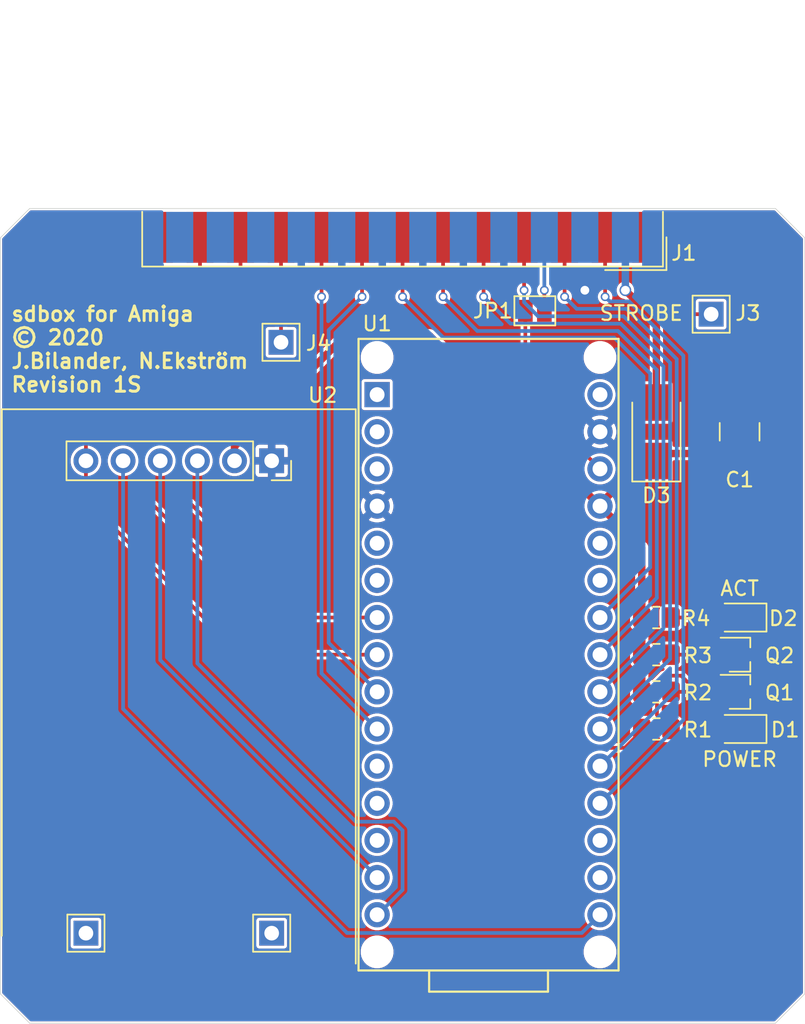
<source format=kicad_pcb>
(kicad_pcb (version 20171130) (host pcbnew 5.1.9)
  (title_block (date 2020-12-30) (rev 1S))
  (layers (0 F.Cu signal) (31 B.Cu signal) (34 B.Paste user hide) (35 F.Paste user hide) (36 B.SilkS user) (37 F.SilkS user) (38 B.Mask user) (39 F.Mask user) (44 Edge.Cuts user))
  (net 0 "")
  (net 1 GND)
  (net 2 RESET)
  (net 3 SELECT)
  (net 4 POUT)
  (net 5 BUSY)
  (net 6 D7)
  (net 7 D6)
  (net 8 D5)
  (net 9 D4)
  (net 10 D3)
  (net 11 D2)
  (net 12 D1)
  (net 13 D0)
  (net 14 "Net-(JP1-Pad1)")
  (net 15 SCK)
  (net 16 5V)
  (net 17 MOSI)
  (net 18 MISO)
  (net 19 Amiga5V)
  (net 20 "Net-(D1-Pad2)")
  (net 21 "Net-(D2-Pad2)")
  (net 22 "Net-(Q1-Pad3)")
  (net 23 "Net-(Q1-Pad1)")
  (net 24 ACK)
  (net 25 STROBE)
  (net 26 "Net-(D2-Pad1)")
  (module Arduino:Arduino_Nano_Socket (layer F.Cu) (at 153.58 144.27)
    (fp_text reference U1 (at -7.62 -44.2205) (layer F.SilkS))
    (fp_text value Arduino_Nano_V3)
    (pad "" np_thru_hole circle (at 7.62 -1.27) (size 1.85 1.85) (drill 1.85) (layers *.Cu *.Mask))
    (pad "" np_thru_hole circle (at -7.62 -1.27) (size 1.85 1.85) (drill 1.85) (layers *.Cu *.Mask))
    (pad "" np_thru_hole circle (at 7.62 -41.91) (size 1.85 1.85) (drill 1.85) (layers *.Cu *.Mask))
    (pad "" np_thru_hole circle (at -7.62 -41.91) (size 1.85 1.85) (drill 1.85) (layers *.Cu *.Mask))
    (pad D1 thru_hole rect (at -7.62 -39.37) (size 1.7272 1.7272) (drill 1.016) (layers *.Cu *.Mask))
    (pad D0 thru_hole circle (at -7.62 -36.83) (size 1.7272 1.7272) (drill 1.016) (layers *.Cu *.Mask))
    (pad RST1 thru_hole circle (at -7.62 -34.29) (size 1.7272 1.7272) (drill 1.016) (layers *.Cu *.Mask))
    (pad GND1 thru_hole circle (at -7.62 -31.75) (size 1.7272 1.7272) (drill 1.016) (layers *.Cu *.Mask) (net 1 GND))
    (pad D2 thru_hole circle (at -7.62 -29.21) (size 1.7272 1.7272) (drill 1.016) (layers *.Cu *.Mask))
    (pad D3 thru_hole circle (at -7.62 -26.67) (size 1.7272 1.7272) (drill 1.016) (layers *.Cu *.Mask))
    (pad D4 thru_hole circle (at -7.62 -24.13) (size 1.7272 1.7272) (drill 1.016) (layers *.Cu *.Mask) (net 5 BUSY))
    (pad D5 thru_hole circle (at -7.62 -21.59) (size 1.7272 1.7272) (drill 1.016) (layers *.Cu *.Mask) (net 4 POUT))
    (pad D6 thru_hole circle (at -7.62 -19.05) (size 1.7272 1.7272) (drill 1.016) (layers *.Cu *.Mask) (net 7 D6))
    (pad D7 thru_hole circle (at -7.62 -16.51) (size 1.7272 1.7272) (drill 1.016) (layers *.Cu *.Mask) (net 6 D7))
    (pad D8 thru_hole circle (at -7.62 -13.97) (size 1.7272 1.7272) (drill 1.016) (layers *.Cu *.Mask))
    (pad D9 thru_hole circle (at -7.62 -11.43) (size 1.7272 1.7272) (drill 1.016) (layers *.Cu *.Mask))
    (pad D10 thru_hole circle (at -7.62 -8.89) (size 1.7272 1.7272) (drill 1.016) (layers *.Cu *.Mask))
    (pad D11 thru_hole circle (at -7.62 -6.35) (size 1.7272 1.7272) (drill 1.016) (layers *.Cu *.Mask) (net 17 MOSI))
    (pad D12 thru_hole circle (at -7.62 -3.81) (size 1.7272 1.7272) (drill 1.016) (layers *.Cu *.Mask) (net 18 MISO))
    (pad D13 thru_hole circle (at 7.62 -3.81) (size 1.7272 1.7272) (drill 1.016) (layers *.Cu *.Mask) (net 15 SCK))
    (pad 3V3 thru_hole circle (at 7.62 -6.35) (size 1.7272 1.7272) (drill 1.016) (layers *.Cu *.Mask))
    (pad AREF thru_hole circle (at 7.62 -8.89) (size 1.7272 1.7272) (drill 1.016) (layers *.Cu *.Mask))
    (pad A0 thru_hole circle (at 7.62 -11.43) (size 1.7272 1.7272) (drill 1.016) (layers *.Cu *.Mask) (net 13 D0))
    (pad A1 thru_hole circle (at 7.62 -13.97) (size 1.7272 1.7272) (drill 1.016) (layers *.Cu *.Mask) (net 12 D1))
    (pad A2 thru_hole circle (at 7.62 -16.51) (size 1.7272 1.7272) (drill 1.016) (layers *.Cu *.Mask) (net 11 D2))
    (pad A3 thru_hole circle (at 7.62 -19.05) (size 1.7272 1.7272) (drill 1.016) (layers *.Cu *.Mask) (net 10 D3))
    (pad A4 thru_hole circle (at 7.62 -21.59) (size 1.7272 1.7272) (drill 1.016) (layers *.Cu *.Mask) (net 9 D4))
    (pad A5 thru_hole circle (at 7.62 -24.13) (size 1.7272 1.7272) (drill 1.016) (layers *.Cu *.Mask) (net 8 D5))
    (pad A6 thru_hole circle (at 7.62 -26.67) (size 1.7272 1.7272) (drill 1.016) (layers *.Cu *.Mask))
    (pad A7 thru_hole circle (at 7.62 -29.21) (size 1.7272 1.7272) (drill 1.016) (layers *.Cu *.Mask))
    (pad 5V thru_hole circle (at 7.62 -31.75) (size 1.7272 1.7272) (drill 1.016) (layers *.Cu *.Mask) (net 16 5V))
    (pad RST2 thru_hole circle (at 7.62 -34.29) (size 1.7272 1.7272) (drill 1.016) (layers *.Cu *.Mask) (net 14 "Net-(JP1-Pad1)"))
    (pad GND2 thru_hole circle (at 7.62 -36.83) (size 1.7272 1.7272) (drill 1.016) (layers *.Cu *.Mask) (net 1 GND))
    (pad VIN thru_hole circle (at 7.62 -39.37) (size 1.7272 1.7272) (drill 1.016) (layers *.Cu *.Mask))
  )
  (module Package_TO_SOT_SMD:SOT-323_SC-70 (layer F.Cu) (at 170.746 122.68)
    (fp_text reference Q2 (at 2.7305 0.0595) (layer F.SilkS))
    (fp_text value BC847BW hide)
    (pad 1 smd rect (at -1 -0.65 270) (size 0.45 0.7) (layers F.Cu F.Paste F.Mask) (net 22 "Net-(Q1-Pad3)"))
    (pad 2 smd rect (at -1 0.65 270) (size 0.45 0.7) (layers F.Cu F.Paste F.Mask) (net 1 GND))
    (pad 3 smd rect (at 1 0 270) (size 0.45 0.7) (layers F.Cu F.Paste F.Mask) (net 26 "Net-(D2-Pad1)"))
  )
  (module Package_TO_SOT_SMD:SOT-323_SC-70 (layer F.Cu) (at 170.746 125.22)
    (fp_text reference Q1 (at 2.7305 0.0595 180) (layer F.SilkS))
    (fp_text value BC847BW hide)
    (pad 1 smd rect (at -1 -0.65 270) (size 0.45 0.7) (layers F.Cu F.Paste F.Mask) (net 23 "Net-(Q1-Pad1)"))
    (pad 2 smd rect (at -1 0.65 270) (size 0.45 0.7) (layers F.Cu F.Paste F.Mask) (net 1 GND))
    (pad 3 smd rect (at 1 0 270) (size 0.45 0.7) (layers F.Cu F.Paste F.Mask) (net 22 "Net-(Q1-Pad3)"))
  )
  (module Jumper:SolderJumper-2_P1.3mm_Open_Pad1.0x1.5mm (layer F.Cu) (at 156.745 99.17)
    (fp_text reference JP1 (at -2.87 0) (layer F.SilkS))
    (fp_text value SolderJumper_Open hide)
    (pad 1 smd rect (at -0.65 0) (size 1 1.5) (layers F.Cu F.Mask) (net 14 "Net-(JP1-Pad1)"))
    (pad 2 smd rect (at 0.65 0) (size 1 1.5) (layers F.Cu F.Mask) (net 2 RESET))
  )
  (module Capacitor_SMD:C_1210_3225Metric_Pad1.42x2.65mm_HandSolder (layer F.Cu) (at 170.746 107.44 270)
    (fp_text reference C1 (at 3.2775 0 180) (layer F.SilkS))
    (fp_text value 100u hide)
    (pad 2 smd roundrect (at 1.4875 0 270) (size 1.425 2.65) (layers F.Cu F.Paste F.Mask) (roundrect_rratio 0.175439) (net 16 5V))
    (pad 1 smd roundrect (at -1.4875 0 270) (size 1.425 2.65) (layers F.Cu F.Paste F.Mask) (roundrect_rratio 0.175439) (net 1 GND))
  )
  (module LED_SMD:LED_0805_2012Metric_Pad1.15x1.40mm_HandSolder (layer F.Cu) (at 170.7235 120.14 180)
    (fp_text reference D2 (at -3.007 -0.0595) (layer F.SilkS))
    (fp_text value "Activity LED Indicator")
    (pad 2 smd roundrect (at 1.025 0 180) (size 1.15 1.4) (layers F.Cu F.Paste F.Mask) (roundrect_rratio 0.217391) (net 21 "Net-(D2-Pad2)"))
    (pad 1 smd roundrect (at -1.025 0 180) (size 1.15 1.4) (layers F.Cu F.Paste F.Mask) (roundrect_rratio 0.217391) (net 26 "Net-(D2-Pad1)"))
  )
  (module LED_SMD:LED_0805_2012Metric_Pad1.15x1.40mm_HandSolder (layer F.Cu) (at 170.7235 127.76 180)
    (fp_text reference D1 (at -3.134 -0.0595) (layer F.SilkS))
    (fp_text value "Power LED Indicator")
    (pad 1 smd roundrect (at -1.025 0 180) (size 1.15 1.4) (layers F.Cu F.Paste F.Mask) (roundrect_rratio 0.217391) (net 1 GND))
    (pad 2 smd roundrect (at 1.025 0 180) (size 1.15 1.4) (layers F.Cu F.Paste F.Mask) (roundrect_rratio 0.217391) (net 20 "Net-(D1-Pad2)"))
  )
  (module Diode_SMD:D_SMA (layer F.Cu) (at 165.0555 107.44 90)
    (fp_text reference D3 (at -4.357 0 180) (layer F.SilkS))
    (fp_text value 1n5819)
    (pad 1 smd rect (at -2 0 90) (size 2.5 1.8) (layers F.Cu F.Paste F.Mask) (net 16 5V))
    (pad 2 smd rect (at 2 0 90) (size 2.5 1.8) (layers F.Cu F.Paste F.Mask) (net 19 Amiga5V))
  )
  (module Resistor_SMD:R_0805_2012Metric_Pad1.20x1.40mm_HandSolder (layer F.Cu) (at 165.0555 127.76 180)
    (fp_text reference R1 (at -2.833 -0.0595) (layer F.SilkS))
    (fp_text value 4.7k)
    (pad 2 smd roundrect (at 1 0 180) (size 1.2 1.4) (layers F.Cu F.Paste F.Mask) (roundrect_rratio 0.208333) (net 3 SELECT))
    (pad 1 smd roundrect (at -1 0 180) (size 1.2 1.4) (layers F.Cu F.Paste F.Mask) (roundrect_rratio 0.208333) (net 23 "Net-(Q1-Pad1)"))
  )
  (module Resistor_SMD:R_0805_2012Metric_Pad1.20x1.40mm_HandSolder (layer F.Cu) (at 165.0555 122.68)
    (fp_text reference R3 (at 2.833 0.0595) (layer F.SilkS))
    (fp_text value 4.7k)
    (pad 2 smd roundrect (at 1 0) (size 1.2 1.4) (layers F.Cu F.Paste F.Mask) (roundrect_rratio 0.208333) (net 22 "Net-(Q1-Pad3)"))
    (pad 1 smd roundrect (at -1 0) (size 1.2 1.4) (layers F.Cu F.Paste F.Mask) (roundrect_rratio 0.208333) (net 16 5V))
  )
  (module Resistor_SMD:R_0805_2012Metric_Pad1.20x1.40mm_HandSolder (layer F.Cu) (at 165.0555 120.14 180)
    (fp_text reference R4 (at -2.706 -0.0595) (layer F.SilkS))
    (fp_text value 120)
    (pad 1 smd roundrect (at -1 0 180) (size 1.2 1.4) (layers F.Cu F.Paste F.Mask) (roundrect_rratio 0.208333) (net 21 "Net-(D2-Pad2)"))
    (pad 2 smd roundrect (at 1 0 180) (size 1.2 1.4) (layers F.Cu F.Paste F.Mask) (roundrect_rratio 0.208333) (net 16 5V))
  )
  (module Resistor_SMD:R_0805_2012Metric_Pad1.20x1.40mm_HandSolder (layer F.Cu) (at 165.0555 125.22)
    (fp_text reference R2 (at 2.833 0.0595) (layer F.SilkS))
    (fp_text value 120)
    (pad 1 smd roundrect (at -1 0) (size 1.2 1.4) (layers F.Cu F.Paste F.Mask) (roundrect_rratio 0.208333) (net 16 5V))
    (pad 2 smd roundrect (at 1 0) (size 1.2 1.4) (layers F.Cu F.Paste F.Mask) (roundrect_rratio 0.208333) (net 20 "Net-(D1-Pad2)"))
  )
  (module SDBox:MicroSDModule (layer F.Cu) (at 132.4 109.4)
    (fp_text reference U2 (at 9.8345 -4.461 180) (layer F.SilkS))
    (fp_text value Micro_SD_Card_Module hide)
    (pad 1 thru_hole rect (at 6.35 0.025 270) (size 1.7 1.7) (drill 1) (layers *.Cu *.Mask) (net 1 GND))
    (pad 2 thru_hole oval (at 3.81 0.025 270) (size 1.7 1.7) (drill 1) (layers *.Cu *.Mask) (net 16 5V))
    (pad 3 thru_hole oval (at 1.27 0.025 270) (size 1.7 1.7) (drill 1) (layers *.Cu *.Mask) (net 18 MISO))
    (pad 4 thru_hole oval (at -1.27 0.025 270) (size 1.7 1.7) (drill 1) (layers *.Cu *.Mask) (net 17 MOSI))
    (pad 5 thru_hole oval (at -3.81 0.025 270) (size 1.7 1.7) (drill 1) (layers *.Cu *.Mask) (net 15 SCK))
    (pad 6 thru_hole oval (at -6.35 0.025 270) (size 1.7 1.7) (drill 1) (layers *.Cu *.Mask) (net 3 SELECT))
  )
  (module Connector_Dsub:DSUB-25_Male_EdgeMount_P2.77mm (layer F.Cu) (at 147.7 94.144 180)
    (fp_text reference J1 (at -19.236 -1.0795) (layer F.SilkS))
    (fp_text value TO_PARALLEL_PORT)
    (pad 1 smd rect (at -16.62 0 180) (size 1.846667 3.48) (layers F.Cu F.Paste F.Mask) (net 25 STROBE))
    (pad 2 smd rect (at -13.85 0 180) (size 1.846667 3.48) (layers F.Cu F.Paste F.Mask) (net 13 D0))
    (pad 3 smd rect (at -11.08 0 180) (size 1.846667 3.48) (layers F.Cu F.Paste F.Mask) (net 12 D1))
    (pad 4 smd rect (at -8.31 0 180) (size 1.846667 3.48) (layers F.Cu F.Paste F.Mask) (net 11 D2))
    (pad 5 smd rect (at -5.54 0 180) (size 1.846667 3.48) (layers F.Cu F.Paste F.Mask) (net 10 D3))
    (pad 6 smd rect (at -2.77 0 180) (size 1.846667 3.48) (layers F.Cu F.Paste F.Mask) (net 9 D4))
    (pad 7 smd rect (at 0 0 180) (size 1.846667 3.48) (layers F.Cu F.Paste F.Mask) (net 8 D5))
    (pad 8 smd rect (at 2.77 0 180) (size 1.846667 3.48) (layers F.Cu F.Paste F.Mask) (net 7 D6))
    (pad 9 smd rect (at 5.54 0 180) (size 1.846667 3.48) (layers F.Cu F.Paste F.Mask) (net 6 D7))
    (pad 10 smd rect (at 8.31 0 180) (size 1.846667 3.48) (layers F.Cu F.Paste F.Mask) (net 24 ACK))
    (pad 11 smd rect (at 11.08 0 180) (size 1.846667 3.48) (layers F.Cu F.Paste F.Mask) (net 5 BUSY))
    (pad 12 smd rect (at 13.85 0 180) (size 1.846667 3.48) (layers F.Cu F.Paste F.Mask) (net 4 POUT))
    (pad 13 smd rect (at 16.62 0 180) (size 1.846667 3.48) (layers F.Cu F.Paste F.Mask) (net 3 SELECT))
    (pad 14 smd rect (at -15.235 0 180) (size 1.846667 3.48) (layers B.Cu B.Paste B.Mask) (net 19 Amiga5V))
    (pad 15 smd rect (at -12.465 0 180) (size 1.846667 3.48) (layers B.Cu B.Paste B.Mask))
    (pad 16 smd rect (at -9.695 0 180) (size 1.846667 3.48) (layers B.Cu B.Paste B.Mask) (net 2 RESET))
    (pad 17 smd rect (at -6.925 0 180) (size 1.846667 3.48) (layers B.Cu B.Paste B.Mask) (net 1 GND))
    (pad 18 smd rect (at -4.155 0 180) (size 1.846667 3.48) (layers B.Cu B.Paste B.Mask) (net 1 GND))
    (pad 19 smd rect (at -1.385 0 180) (size 1.846667 3.48) (layers B.Cu B.Paste B.Mask) (net 1 GND))
    (pad 20 smd rect (at 1.385 0 180) (size 1.846667 3.48) (layers B.Cu B.Paste B.Mask) (net 1 GND))
    (pad 21 smd rect (at 4.155 0 180) (size 1.846667 3.48) (layers B.Cu B.Paste B.Mask) (net 1 GND))
    (pad 22 smd rect (at 6.925 0 180) (size 1.846667 3.48) (layers B.Cu B.Paste B.Mask) (net 1 GND))
    (pad 23 smd rect (at 9.695 0 180) (size 1.846667 3.48) (layers B.Cu B.Paste B.Mask))
    (pad 24 smd rect (at 12.465 0 180) (size 1.846667 3.48) (layers B.Cu B.Paste B.Mask))
    (pad 25 smd rect (at 15.235 0 180) (size 1.846667 3.48) (layers B.Cu B.Paste B.Mask))
  )
  (module Symbol:OSHW-Logo2_9.8x8mm_Copper (layer F.Cu) (at 168.619299 137.197)
    (fp_text reference V0 hide)
    (fp_text value Void hide)
    (fp_poly (pts (xy 0.139878 -3.712224) (xy 0.245612 -3.711645) (xy 0.322132 -3.710078) (xy 0.374372 -3.707028) (xy 0.407263 -3.702004) (xy 0.425737 -3.694511) (xy 0.434727 -3.684056) (xy 0.439163 -3.670147) (xy 0.439594 -3.668346) (xy 0.446333 -3.635855) (xy 0.458808 -3.571748) (xy 0.475719 -3.482849) (xy 0.495771 -3.375981) (xy 0.517664 -3.257967) (xy 0.518429 -3.253822) (xy 0.540359 -3.138169) (xy 0.560877 -3.035986) (xy 0.578659 -2.953402) (xy 0.592381 -2.896544) (xy 0.600718 -2.871542) (xy 0.601116 -2.871099) (xy 0.625677 -2.85889) (xy 0.676315 -2.838544) (xy 0.742095 -2.814455) (xy 0.742461 -2.814326) (xy 0.825317 -2.783182) (xy 0.923 -2.743509) (xy 1.015077 -2.703619) (xy 1.019434 -2.701647) (xy 1.169407 -2.63358) (xy 1.501498 -2.860361) (xy 1.603374 -2.929496) (xy 1.695657 -2.991303) (xy 1.773003 -3.042267) (xy 1.830064 -3.078873) (xy 1.861495 -3.097606) (xy 1.864479 -3.098996) (xy 1.887321 -3.09281) (xy 1.929982 -3.062965) (xy 1.994128 -3.008053) (xy 2.081421 -2.926666) (xy 2.170535 -2.840078) (xy 2.256441 -2.754753) (xy 2.333327 -2.676892) (xy 2.396564 -2.611303) (xy 2.441523 -2.562795) (xy 2.463576 -2.536175) (xy 2.464396 -2.534805) (xy 2.466834 -2.516537) (xy 2.45765 -2.486705) (xy 2.434574 -2.441279) (xy 2.395337 -2.37623) (xy 2.33767 -2.28753) (xy 2.260795 -2.173343) (xy 2.19257 -2.072838) (xy 2.131582 -1.982697) (xy 2.081356 -1.908151) (xy 2.045416 -1.854435) (xy 2.027287 -1.826782) (xy 2.026146 -1.824905) (xy 2.028359 -1.79841) (xy 2.045138 -1.746914) (xy 2.073142 -1.680149) (xy 2.083122 -1.658828) (xy 2.126672 -1.563841) (xy 2.173134 -1.456063) (xy 2.210877 -1.362808) (xy 2.238073 -1.293594) (xy 2.259675 -1.240994) (xy 2.272158 -1.213503) (xy 2.273709 -1.211384) (xy 2.296668 -1.207876) (xy 2.350786 -1.198262) (xy 2.428868 -1.183911) (xy 2.523719 -1.166193) (xy 2.628143 -1.146475) (xy 2.734944 -1.126126) (xy 2.836926 -1.106514) (xy 2.926894 -1.089009) (xy 2.997653 -1.074978) (xy 3.042006 -1.065791) (xy 3.052885 -1.063193) (xy 3.064122 -1.056782) (xy 3.072605 -1.042303) (xy 3.078714 -1.014867) (xy 3.082832 -0.969589) (xy 3.085341 -0.90158) (xy 3.086621 -0.805953) (xy 3.087054 -0.67782) (xy 3.087077 -0.625299) (xy 3.087077 -0.198155) (xy 2.9845 -0.177909) (xy 2.927431 -0.16693) (xy 2.842269 -0.150905) (xy 2.739372 -0.131767) (xy 2.629096 -0.111449) (xy 2.598615 -0.105868) (xy 2.496855 -0.086083) (xy 2.408205 -0.066627) (xy 2.340108 -0.049303) (xy 2.300004 -0.035912) (xy 2.293323 -0.031921) (xy 2.276919 -0.003658) (xy 2.253399 0.051109) (xy 2.227316 0.121588) (xy 2.222142 0.136769) (xy 2.187956 0.230896) (xy 2.145523 0.337101) (xy 2.103997 0.432473) (xy 2.103792 0.432916) (xy 2.03464 0.582525) (xy 2.489512 1.251617) (xy 2.1975 1.544116) (xy 2.10918 1.63117) (xy 2.028625 1.707909) (xy 1.96036 1.770237) (xy 1.908908 1.814056) (xy 1.878794 1.83527) (xy 1.874474 1.836616) (xy 1.849111 1.826016) (xy 1.797358 1.796547) (xy 1.724868 1.751705) (xy 1.637294 1.694984) (xy 1.542612 1.631462) (xy 1.446516 1.566668) (xy 1.360837 1.510287) (xy 1.291016 1.465788) (xy 1.242494 1.436639) (xy 1.220782 1.426308) (xy 1.194293 1.43505) (xy 1.144062 1.458087) (xy 1.080451 1.490631) (xy 1.073708 1.494249) (xy 0.988046 1.53721) (xy 0.929306 1.558279) (xy 0.892772 1.558503) (xy 0.873731 1.538928) (xy 0.87362 1.538654) (xy 0.864102 1.515472) (xy 0.841403 1.460441) (xy 0.807282 1.377822) (xy 0.7635 1.271872) (xy 0.711816 1.146852) (xy 0.653992 1.00702) (xy 0.597991 0.871637) (xy 0.536447 0.722234) (xy 0.479939 0.583832) (xy 0.430161 0.460673) (xy 0.388806 0.357002) (xy 0.357568 0.277059) (xy 0.338141 0.225088) (xy 0.332154 0.205692) (xy 0.347168 0.183443) (xy 0.386439 0.147982) (xy 0.438807 0.108887) (xy 0.587941 -0.014755) (xy 0.704511 -0.156478) (xy 0.787118 -0.313296) (xy 0.834366 -0.482225) (xy 0.844857 -0.660278) (xy 0.837231 -0.742461) (xy 0.795682 -0.912969) (xy 0.724123 -1.063541) (xy 0.626995 -1.192691) (xy 0.508734 -1.298936) (xy 0.37378 -1.38079) (xy 0.226571 -1.436768) (xy 0.071544 -1.465385) (xy -0.086861 -1.465156) (xy -0.244206 -1.434595) (xy -0.396054 -1.372218) (xy -0.537965 -1.27654) (xy -0.597197 -1.222428) (xy -0.710797 -1.08348) (xy -0.789894 -0.931639) (xy -0.835014 -0.771333) (xy -0.846684 -0.606988) (xy -0.825431 -0.443029) (xy -0.77178 -0.283882) (xy -0.68626 -0.133975) (xy -0.569395 0.002267) (xy -0.438807 0.108887) (xy -0.384412 0.149642) (xy -0.345986 0.184718) (xy -0.332154 0.205726) (xy -0.339397 0.228635) (xy -0.359995 0.283365) (xy -0.392254 0.365672) (xy -0.434479 0.471315) (xy -0.484977 0.59605) (xy -0.542052 0.735636) (xy -0.598146 0.87167) (xy -0.660033 1.021201) (xy -0.717356 1.159767) (xy -0.768356 1.283107) (xy -0.811273 1.386964) (xy -0.844347 1.46708) (xy -0.865819 1.519195) (xy -0.873775 1.538654) (xy -0.892571 1.558423) (xy -0.928926 1.558365) (xy -0.987521 1.537441) (xy -1.073032 1.494613) (xy -1.073708 1.494249) (xy -1.138093 1.461012) (xy -1.190139 1.436802) (xy -1.219488 1.426404) (xy -1.220783 1.426308) (xy -1.242876 1.436855) (xy -1.291652 1.466184) (xy -1.361669 1.510827) (xy -1.447486 1.567314) (xy -1.542612 1.631462) (xy -1.63946 1.696411) (xy -1.726747 1.752896) (xy -1.798819 1.797421) (xy -1.850023 1.82649) (xy -1.874474 1.836616) (xy -1.89699 1.823307) (xy -1.942258 1.786112) (xy -2.005756 1.729128) (xy -2.082961 1.656449) (xy -2.169349 1.572171) (xy -2.197601 1.544016) (xy -2.489713 1.251416) (xy -2.267369 0.925104) (xy -2.199798 0.824897) (xy -2.140493 0.734963) (xy -2.092783 0.66051) (xy -2.059993 0.606751) (xy -2.045452 0.578894) (xy -2.045026 0.576912) (xy -2.052692 0.550655) (xy -2.073311 0.497837) (xy -2.103315 0.42731) (xy -2.124375 0.380093) (xy -2.163752 0.289694) (xy -2.200835 0.198366) (xy -2.229585 0.1212) (xy -2.237395 0.097692) (xy -2.259583 0.034916) (xy -2.281273 -0.013589) (xy -2.293187 -0.031921) (xy -2.319477 -0.043141) (xy -2.376858 -0.059046) (xy -2.457882 -0.077833) (xy -2.555105 -0.097701) (xy -2.598615 -0.105868) (xy -2.709104 -0.126171) (xy -2.815084 -0.14583) (xy -2.906199 -0.162912) (xy -2.972092 -0.175482) (xy -2.9845 -0.177909) (xy -3.087077 -0.198155) (xy -3.087077 -0.625299) (xy -3.086847 -0.765754) (xy -3.085901 -0.872021) (xy -3.083859 -0.948987) (xy -3.080338 -1.00154) (xy -3.074957 -1.034567) (xy -3.067334 -1.052955) (xy -3.057088 -1.061592) (xy -3.052885 -1.063193) (xy -3.02753 -1.068873) (xy -2.971516 -1.080205) (xy -2.892036 -1.095821) (xy -2.796288 -1.114353) (xy -2.691467 -1.134431) (xy -2.584768 -1.154688) (xy -2.483387 -1.173754) (xy -2.394521 -1.190261) (xy -2.325363 -1.202841) (xy -2.283111 -1.210125) (xy -2.27371 -1.211384) (xy -2.265193 -1.228237) (xy -2.24634 -1.27313) (xy -2.220676 -1.33757) (xy -2.210877 -1.362808) (xy -2.171352 -1.460314) (xy -2.124808 -1.568041) (xy -2.083123 -1.658828) (xy -2.05245 -1.728247) (xy -2.032044 -1.78529) (xy -2.025232 -1.820223) (xy -2.026318 -1.824905) (xy -2.040715 -1.847009) (xy -2.073588 -1.896169) (xy -2.12141 -1.967152) (xy -2.180652 -2.054722) (xy -2.247785 -2.153643) (xy -2.261059 -2.17317) (xy -2.338954 -2.28886) (xy -2.396213 -2.376956) (xy -2.435119 -2.441514) (xy -2.457956 -2.486589) (xy -2.467006 -2.516237) (xy -2.464552 -2.534515) (xy -2.464489 -2.534631) (xy -2.445173 -2.558639) (xy -2.402449 -2.605053) (xy -2.340949 -2.669063) (xy -2.265302 -2.745855) (xy -2.180139 -2.830618) (xy -2.170535 -2.840078) (xy -2.06321 -2.944011) (xy -1.980385 -3.020325) (xy -1.920395 -3.070429) (xy -1.881577 -3.09573) (xy -1.86448 -3.098996) (xy -1.839527 -3.08475) (xy -1.787745 -3.051844) (xy -1.71448 -3.003792) (xy -1.62508 -2.94411) (xy -1.524889 -2.876312) (xy -1.501499 -2.860361) (xy -1.169407 -2.63358) (xy -1.019435 -2.701647) (xy -0.92823 -2.741315) (xy -0.830331 -2.781209) (xy -0.746169 -2.813017) (xy -0.742462 -2.814326) (xy -0.676631 -2.838424) (xy -0.625884 -2.8588) (xy -0.601158 -2.871064) (xy -0.601116 -2.871099) (xy -0.593271 -2.893266) (xy -0.579934 -2.947783) (xy -0.56243 -3.02852) (xy -0.542083 -3.12935) (xy -0.520218 -3.244144) (xy -0.518429 -3.253822) (xy -0.496496 -3.372096) (xy -0.47636 -3.479458) (xy -0.45932 -3.569083) (xy -0.446672 -3.634149) (xy -0.439716 -3.667832) (xy -0.439594 -3.668346) (xy -0.435361 -3.682675) (xy -0.427129 -3.693493) (xy -0.409967 -3.701294) (xy -0.378942 -3.706571) (xy -0.329122 -3.709818) (xy -0.255576 -3.711528) (xy -0.153371 -3.712193) (xy -0.017575 -3.712307) (xy 0 -3.712308) (xy 0.139878 -3.712224)) (layer F.Cu) (width 0.01))
    (fp_poly (pts (xy 4.245224 2.647838) (xy 4.322528 2.698361) (xy 4.359814 2.74359) (xy 4.389353 2.825663) (xy 4.391699 2.890607) (xy 4.386385 2.977445) (xy 4.186115 3.065103) (xy 4.088739 3.109887) (xy 4.025113 3.145913) (xy 3.992029 3.177117) (xy 3.98628 3.207436) (xy 4.004658 3.240805) (xy 4.024923 3.262923) (xy 4.083889 3.298393) (xy 4.148024 3.300879) (xy 4.206926 3.273235) (xy 4.250197 3.21832) (xy 4.257936 3.198928) (xy 4.295006 3.138364) (xy 4.337654 3.112552) (xy 4.396154 3.090471) (xy 4.396154 3.174184) (xy 4.390982 3.23115) (xy 4.370723 3.279189) (xy 4.328262 3.334346) (xy 4.321951 3.341514) (xy 4.27472 3.390585) (xy 4.234121 3.41692) (xy 4.183328 3.429035) (xy 4.14122 3.433003) (xy 4.065902 3.433991) (xy 4.012286 3.421466) (xy 3.978838 3.402869) (xy 3.926268 3.361975) (xy 3.889879 3.317748) (xy 3.86685 3.262126) (xy 3.854359 3.187047) (xy 3.849587 3.084449) (xy 3.849206 3.032376) (xy 3.850501 2.969948) (xy 3.968471 2.969948) (xy 3.969839 3.003438) (xy 3.973249 3.008923) (xy 3.995753 3.001472) (xy 4.044182 2.981753) (xy 4.108908 2.953718) (xy 4.122443 2.947692) (xy 4.204244 2.906096) (xy 4.249312 2.869538) (xy 4.259217 2.835296) (xy 4.235526 2.800648) (xy 4.21596 2.785339) (xy 4.14536 2.754721) (xy 4.07928 2.75978) (xy 4.023959 2.797151) (xy 3.985636 2.863473) (xy 3.973349 2.916116) (xy 3.968471 2.969948) (xy 3.850501 2.969948) (xy 3.85173 2.91072) (xy 3.861032 2.82071) (xy 3.87946 2.755167) (xy 3.90936 2.706912) (xy 3.95308 2.668767) (xy 3.972141 2.65644) (xy 4.058726 2.624336) (xy 4.153522 2.622316) (xy 4.245224 2.647838)) (layer F.Cu) (width 0.01))
    (fp_poly (pts (xy 3.570807 2.636782) (xy 3.594161 2.646988) (xy 3.649902 2.691134) (xy 3.697569 2.754967) (xy 3.727048 2.823087) (xy 3.731846 2.85667) (xy 3.71576 2.903556) (xy 3.680475 2.928365) (xy 3.642644 2.943387) (xy 3.625321 2.946155) (xy 3.616886 2.926066) (xy 3.60023 2.882351) (xy 3.592923 2.862598) (xy 3.551948 2.794271) (xy 3.492622 2.760191) (xy 3.416552 2.761239) (xy 3.410918 2.762581) (xy 3.370305 2.781836) (xy 3.340448 2.819375) (xy 3.320055 2.879809) (xy 3.307836 2.967751) (xy 3.3025 3.087813) (xy 3.302 3.151698) (xy 3.301752 3.252403) (xy 3.300126 3.321054) (xy 3.295801 3.364673) (xy 3.287454 3.390282) (xy 3.273765 3.404903) (xy 3.253411 3.415558) (xy 3.252234 3.416095) (xy 3.213038 3.432667) (xy 3.193619 3.438769) (xy 3.190635 3.420319) (xy 3.188081 3.369323) (xy 3.18614 3.292308) (xy 3.184997 3.195805) (xy 3.184769 3.125184) (xy 3.185932 2.988525) (xy 3.190479 2.884851) (xy 3.199999 2.808108) (xy 3.216081 2.752246) (xy 3.240313 2.711212) (xy 3.274286 2.678954) (xy 3.307833 2.65644) (xy 3.388499 2.626476) (xy 3.482381 2.619718) (xy 3.570807 2.636782)) (layer F.Cu) (width 0.01))
    (fp_poly (pts (xy 2.887333 2.633528) (xy 2.94359 2.659117) (xy 2.987747 2.690124) (xy 3.020101 2.724795) (xy 3.042438 2.76952) (xy 3.056546 2.830692) (xy 3.064211 2.914701) (xy 3.06722 3.02794) (xy 3.067538 3.102509) (xy 3.067538 3.39342) (xy 3.017773 3.416095) (xy 2.978576 3.432667) (xy 2.959157 3.438769) (xy 2.955442 3.42061) (xy 2.952495 3.371648) (xy 2.950691 3.300153) (xy 2.950308 3.243385) (xy 2.948661 3.161371) (xy 2.944222 3.096309) (xy 2.93774 3.056467) (xy 2.93259 3.048) (xy 2.897977 3.056646) (xy 2.84364 3.078823) (xy 2.780722 3.108886) (xy 2.720368 3.141192) (xy 2.673721 3.170098) (xy 2.651926 3.189961) (xy 2.651839 3.190175) (xy 2.653714 3.226935) (xy 2.670525 3.262026) (xy 2.700039 3.290528) (xy 2.743116 3.300061) (xy 2.779932 3.29895) (xy 2.832074 3.298133) (xy 2.859444 3.310349) (xy 2.875882 3.342624) (xy 2.877955 3.34871) (xy 2.885081 3.394739) (xy 2.866024 3.422687) (xy 2.816353 3.436007) (xy 2.762697 3.43847) (xy 2.666142 3.42021) (xy 2.616159 3.394131) (xy 2.554429 3.332868) (xy 2.52169 3.25767) (xy 2.518753 3.178211) (xy 2.546424 3.104167) (xy 2.588047 3.057769) (xy 2.629604 3.031793) (xy 2.694922 2.998907) (xy 2.771038 2.965557) (xy 2.783726 2.960461) (xy 2.867333 2.923565) (xy 2.91553 2.891046) (xy 2.93103 2.858718) (xy 2.91655 2.822394) (xy 2.891692 2.794) (xy 2.832939 2.759039) (xy 2.768293 2.756417) (xy 2.709008 2.783358) (xy 2.666339 2.837088) (xy 2.660739 2.85095) (xy 2.628133 2.901936) (xy 2.58053 2.939787) (xy 2.520461 2.97085) (xy 2.520461 2.882768) (xy 2.523997 2.828951) (xy 2.539156 2.786534) (xy 2.572768 2.741279) (xy 2.605035 2.70642) (xy 2.655209 2.657062) (xy 2.694193 2.630547) (xy 2.736064 2.619911) (xy 2.78346 2.618154) (xy 2.887333 2.633528)) (layer F.Cu) (width 0.01))
    (fp_poly (pts (xy 2.395929 2.636662) (xy 2.398911 2.688068) (xy 2.401247 2.766192) (xy 2.402749 2.864857) (xy 2.403231 2.968343) (xy 2.403231 3.318533) (xy 2.341401 3.380363) (xy 2.298793 3.418462) (xy 2.26139 3.433895) (xy 2.21027 3.432918) (xy 2.189978 3.430433) (xy 2.126554 3.4232) (xy 2.074095 3.419055) (xy 2.061308 3.418672) (xy 2.018199 3.421176) (xy 1.956544 3.427462) (xy 1.932638 3.430433) (xy 1.873922 3.435028) (xy 1.834464 3.425046) (xy 1.795338 3.394228) (xy 1.781215 3.380363) (xy 1.719385 3.318533) (xy 1.719385 2.663503) (xy 1.76915 2.640829) (xy 1.812002 2.624034) (xy 1.837073 2.618154) (xy 1.843501 2.636736) (xy 1.849509 2.688655) (xy 1.854697 2.768172) (xy 1.858664 2.869546) (xy 1.860577 2.955192) (xy 1.865923 3.292231) (xy 1.91256 3.298825) (xy 1.954976 3.294214) (xy 1.97576 3.279287) (xy 1.98157 3.251377) (xy 1.98653 3.191925) (xy 1.990246 3.108466) (xy 1.992324 3.008532) (xy 1.992624 2.957104) (xy 1.992923 2.661054) (xy 2.054454 2.639604) (xy 2.098004 2.62502) (xy 2.121694 2.618219) (xy 2.122377 2.618154) (xy 2.124754 2.636642) (xy 2.127366 2.687906) (xy 2.129995 2.765649) (xy 2.132421 2.863574) (xy 2.134115 2.955192) (xy 2.139461 3.292231) (xy 2.256692 3.292231) (xy 2.262072 2.984746) (xy 2.267451 2.677261) (xy 2.324601 2.647707) (xy 2.366797 2.627413) (xy 2.39177 2.618204) (xy 2.392491 2.618154) (xy 2.395929 2.636662)) (layer F.Cu) (width 0.01))
    (fp_poly (pts (xy 1.602081 2.780289) (xy 1.601833 2.92632) (xy 1.600872 3.038655) (xy 1.598794 3.122678) (xy 1.595193 3.183769) (xy 1.589665 3.227309) (xy 1.581804 3.258679) (xy 1.571207 3.283262) (xy 1.563182 3.297294) (xy 1.496728 3.373388) (xy 1.41247 3.421084) (xy 1.319249 3.438199) (xy 1.2259 3.422546) (xy 1.170312 3.394418) (xy 1.111957 3.34576) (xy 1.072186 3.286333) (xy 1.04819 3.208507) (xy 1.037161 3.104652) (xy 1.035599 3.028462) (xy 1.035809 3.022986) (xy 1.172308 3.022986) (xy 1.173141 3.110355) (xy 1.176961 3.168192) (xy 1.185746 3.206029) (xy 1.201474 3.233398) (xy 1.220266 3.254042) (xy 1.283375 3.29389) (xy 1.351137 3.297295) (xy 1.415179 3.264025) (xy 1.420164 3.259517) (xy 1.441439 3.236067) (xy 1.454779 3.208166) (xy 1.462001 3.166641) (xy 1.464923 3.102316) (xy 1.465385 3.0312) (xy 1.464383 2.941858) (xy 1.460238 2.882258) (xy 1.451236 2.843089) (xy 1.435667 2.81504) (xy 1.422902 2.800144) (xy 1.3636 2.762575) (xy 1.295301 2.758057) (xy 1.23011 2.786753) (xy 1.217528 2.797406) (xy 1.196111 2.821063) (xy 1.182744 2.849251) (xy 1.175566 2.891245) (xy 1.172719 2.956319) (xy 1.172308 3.022986) (xy 1.035809 3.022986) (xy 1.040322 2.905765) (xy 1.056362 2.813577) (xy 1.086528 2.744269) (xy 1.133629 2.690211) (xy 1.170312 2.662505) (xy 1.23699 2.632572) (xy 1.314272 2.618678) (xy 1.38611 2.622397) (xy 1.426308 2.6374) (xy 1.442082 2.64167) (xy 1.45255 2.62575) (xy 1.459856 2.583089) (xy 1.465385 2.518106) (xy 1.471437 2.445732) (xy 1.479844 2.402187) (xy 1.495141 2.377287) (xy 1.521864 2.360845) (xy 1.538654 2.353564) (xy 1.602154 2.326963) (xy 1.602081 2.780289)) (layer F.Cu) (width 0.01))
    (fp_poly (pts (xy 0.713362 2.62467) (xy 0.802117 2.657421) (xy 0.874022 2.71535) (xy 0.902144 2.756128) (xy 0.932802 2.830954) (xy 0.932165 2.885058) (xy 0.899987 2.921446) (xy 0.888081 2.927633) (xy 0.836675 2.946925) (xy 0.810422 2.941982) (xy 0.80153 2.909587) (xy 0.801077 2.891692) (xy 0.784797 2.825859) (xy 0.742365 2.779807) (xy 0.683388 2.757564) (xy 0.617475 2.763161) (xy 0.563895 2.792229) (xy 0.545798 2.80881) (xy 0.532971 2.828925) (xy 0.524306 2.859332) (xy 0.518696 2.906788) (xy 0.515035 2.97805) (xy 0.512215 3.079875) (xy 0.511484 3.112115) (xy 0.50882 3.22241) (xy 0.505792 3.300036) (xy 0.50125 3.351396) (xy 0.494046 3.38289) (xy 0.483033 3.40092) (xy 0.46706 3.411888) (xy 0.456834 3.416733) (xy 0.413406 3.433301) (xy 0.387842 3.438769) (xy 0.379395 3.420507) (xy 0.374239 3.365296) (xy 0.372346 3.272499) (xy 0.373689 3.141478) (xy 0.374107 3.121269) (xy 0.377058 3.001733) (xy 0.380548 2.914449) (xy 0.385514 2.852591) (xy 0.392893 2.809336) (xy 0.403624 2.77786) (xy 0.418645 2.751339) (xy 0.426502 2.739975) (xy 0.471553 2.689692) (xy 0.52194 2.650581) (xy 0.528108 2.647167) (xy 0.618458 2.620212) (xy 0.713362 2.62467)) (layer F.Cu) (width 0.01))
    (fp_poly (pts (xy 0.053501 2.626303) (xy 0.13006 2.654733) (xy 0.130936 2.655279) (xy 0.178285 2.690127) (xy 0.213241 2.730852) (xy 0.237825 2.783925) (xy 0.254062 2.855814) (xy 0.263975 2.952992) (xy 0.269586 3.081928) (xy 0.270077 3.100298) (xy 0.277141 3.377287) (xy 0.217695 3.408028) (xy 0.174681 3.428802) (xy 0.14871 3.438646) (xy 0.147509 3.438769) (xy 0.143014 3.420606) (xy 0.139444 3.371612) (xy 0.137248 3.300031) (xy 0.136769 3.242068) (xy 0.136758 3.14817) (xy 0.132466 3.089203) (xy 0.117503 3.061079) (xy 0.085482 3.059706) (xy 0.030014 3.080998) (xy -0.053731 3.120136) (xy -0.115311 3.152643) (xy -0.146983 3.180845) (xy -0.156294 3.211582) (xy -0.156308 3.213104) (xy -0.140943 3.266054) (xy -0.095453 3.29466) (xy -0.025834 3.298803) (xy 0.024313 3.298084) (xy 0.050754 3.312527) (xy 0.067243 3.347218) (xy 0.076733 3.391416) (xy 0.063057 3.416493) (xy 0.057907 3.420082) (xy 0.009425 3.434496) (xy -0.058469 3.436537) (xy -0.128388 3.426983) (xy -0.177932 3.409522) (xy -0.24643 3.351364) (xy -0.285366 3.270408) (xy -0.293077 3.20716) (xy -0.287193 3.150111) (xy -0.265899 3.103542) (xy -0.223735 3.062181) (xy -0.155241 3.020755) (xy -0.054956 2.973993) (xy -0.048846 2.97135) (xy 0.04149 2.929617) (xy 0.097235 2.895391) (xy 0.121129 2.864635) (xy 0.115913 2.833311) (xy 0.084328 2.797383) (xy 0.074883 2.789116) (xy 0.011617 2.757058) (xy -0.053936 2.758407) (xy -0.111028 2.789838) (xy -0.148907 2.848024) (xy -0.152426 2.859446) (xy -0.1867 2.914837) (xy -0.230191 2.941518) (xy -0.293077 2.96796) (xy -0.293077 2.899548) (xy -0.273948 2.80011) (xy -0.217169 2.708902) (xy -0.187622 2.678389) (xy -0.120458 2.639228) (xy -0.035044 2.6215) (xy 0.053501 2.626303)) (layer F.Cu) (width 0.01))
    (fp_poly (pts (xy -0.840154 2.49212) (xy -0.834428 2.57198) (xy -0.827851 2.619039) (xy -0.818738 2.639566) (xy -0.805402 2.639829) (xy -0.801077 2.637378) (xy -0.743556 2.619636) (xy -0.668732 2.620672) (xy -0.592661 2.63891) (xy -0.545082 2.662505) (xy -0.496298 2.700198) (xy -0.460636 2.742855) (xy -0.436155 2.797057) (xy -0.420913 2.869384) (xy -0.41297 2.966419) (xy -0.410384 3.094742) (xy -0.410338 3.119358) (xy -0.410308 3.39587) (xy -0.471839 3.41732) (xy -0.515541 3.431912) (xy -0.539518 3.438706) (xy -0.540223 3.438769) (xy -0.542585 3.420345) (xy -0.544594 3.369526) (xy -0.546099 3.292993) (xy -0.546947 3.19743) (xy -0.547077 3.139329) (xy -0.547349 3.024771) (xy -0.548748 2.942667) (xy -0.552151 2.886393) (xy -0.558433 2.849326) (xy -0.568471 2.824844) (xy -0.583139 2.806325) (xy -0.592298 2.797406) (xy -0.655211 2.761466) (xy -0.723864 2.758775) (xy -0.786152 2.78917) (xy -0.797671 2.800144) (xy -0.814567 2.820779) (xy -0.826286 2.845256) (xy -0.833767 2.880647) (xy -0.837946 2.934026) (xy -0.839763 3.012466) (xy -0.840154 3.120617) (xy -0.840154 3.39587) (xy -0.901685 3.41732) (xy -0.945387 3.431912) (xy -0.969364 3.438706) (xy -0.97007 3.438769) (xy -0.971874 3.420069) (xy -0.9735 3.367322) (xy -0.974883 3.285557) (xy -0.975958 3.179805) (xy -0.97666 3.055094) (xy -0.976923 2.916455) (xy -0.976923 2.381806) (xy -0.849923 2.328236) (xy -0.840154 2.49212)) (layer F.Cu) (width 0.01))
    (fp_poly (pts (xy -2.465746 2.599745) (xy -2.388714 2.651567) (xy -2.329184 2.726412) (xy -2.293622 2.821654) (xy -2.286429 2.891756) (xy -2.287246 2.921009) (xy -2.294086 2.943407) (xy -2.312888 2.963474) (xy -2.349592 2.985733) (xy -2.410138 3.014709) (xy -2.500466 3.054927) (xy -2.500923 3.055129) (xy -2.584067 3.09321) (xy -2.652247 3.127025) (xy -2.698495 3.152933) (xy -2.715842 3.167295) (xy -2.715846 3.167411) (xy -2.700557 3.198685) (xy -2.664804 3.233157) (xy -2.623758 3.25799) (xy -2.602963 3.262923) (xy -2.54623 3.245862) (xy -2.497373 3.203133) (xy -2.473535 3.156155) (xy -2.450603 3.121522) (xy -2.405682 3.082081) (xy -2.352877 3.048009) (xy -2.30629 3.02948) (xy -2.296548 3.028462) (xy -2.285582 3.045215) (xy -2.284921 3.088039) (xy -2.29298 3.145781) (xy -2.308173 3.207289) (xy -2.328914 3.261409) (xy -2.329962 3.26351) (xy -2.392379 3.35066) (xy -2.473274 3.409939) (xy -2.565144 3.439034) (xy -2.660487 3.435634) (xy -2.751802 3.397428) (xy -2.755862 3.394741) (xy -2.827694 3.329642) (xy -2.874927 3.244705) (xy -2.901066 3.133021) (xy -2.904574 3.101643) (xy -2.910787 2.953536) (xy -2.903339 2.884468) (xy -2.715846 2.884468) (xy -2.71341 2.927552) (xy -2.700086 2.940126) (xy -2.666868 2.930719) (xy -2.614506 2.908483) (xy -2.555976 2.88061) (xy -2.554521 2.879872) (xy -2.504911 2.853777) (xy -2.485 2.836363) (xy -2.48991 2.818107) (xy -2.510584 2.79412) (xy -2.563181 2.759406) (xy -2.619823 2.756856) (xy -2.670631 2.782119) (xy -2.705724 2.830847) (xy -2.715846 2.884468) (xy -2.903339 2.884468) (xy -2.898008 2.835036) (xy -2.865222 2.741055) (xy -2.819579 2.675215) (xy -2.737198 2.608681) (xy -2.646454 2.575676) (xy -2.553815 2.573573) (xy -2.465746 2.599745)) (layer F.Cu) (width 0.01))
    (fp_poly (pts (xy -3.983114 2.587256) (xy -3.891536 2.635409) (xy -3.823951 2.712905) (xy -3.799943 2.762727) (xy -3.781262 2.837533) (xy -3.771699 2.932052) (xy -3.770792 3.03521) (xy -3.778079 3.135935) (xy -3.793097 3.223153) (xy -3.815385 3.285791) (xy -3.822235 3.296579) (xy -3.903368 3.377105) (xy -3.999734 3.425336) (xy -4.104299 3.43945) (xy -4.210032 3.417629) (xy -4.239457 3.404547) (xy -4.296759 3.364231) (xy -4.34705 3.310775) (xy -4.351803 3.303995) (xy -4.371122 3.271321) (xy -4.383892 3.236394) (xy -4.391436 3.190414) (xy -4.395076 3.124584) (xy -4.396135 3.030105) (xy -4.396154 3.008923) (xy -4.396106 3.002182) (xy -4.200769 3.002182) (xy -4.199632 3.091349) (xy -4.195159 3.15052) (xy -4.185754 3.188741) (xy -4.169824 3.215053) (xy -4.161692 3.223846) (xy -4.114942 3.257261) (xy -4.069553 3.255737) (xy -4.02366 3.226752) (xy -3.996288 3.195809) (xy -3.980077 3.150643) (xy -3.970974 3.07942) (xy -3.970349 3.071114) (xy -3.968796 2.942037) (xy -3.985035 2.846172) (xy -4.018848 2.784107) (xy -4.070016 2.756432) (xy -4.08828 2.754923) (xy -4.13624 2.762513) (xy -4.169047 2.788808) (xy -4.189105 2.839095) (xy -4.198822 2.918664) (xy -4.200769 3.002182) (xy -4.396106 3.002182) (xy -4.395426 2.908249) (xy -4.392371 2.837906) (xy -4.385678 2.789163) (xy -4.37404 2.753288) (xy -4.356147 2.721548) (xy -4.352192 2.715648) (xy -4.285733 2.636104) (xy -4.213315 2.589929) (xy -4.125151 2.571599) (xy -4.095213 2.570703) (xy -3.983114 2.587256)) (layer F.Cu) (width 0.01))
    (fp_poly (pts (xy -1.728336 2.595089) (xy -1.665633 2.631358) (xy -1.622039 2.667358) (xy -1.590155 2.705075) (xy -1.56819 2.751199) (xy -1.554351 2.812421) (xy -1.546847 2.895431) (xy -1.543883 3.006919) (xy -1.543539 3.087062) (xy -1.543539 3.382065) (xy -1.709615 3.456515) (xy -1.719385 3.133402) (xy -1.723421 3.012729) (xy -1.727656 2.925141) (xy -1.732903 2.86465) (xy -1.739975 2.825268) (xy -1.749689 2.801007) (xy -1.762856 2.78588) (xy -1.767081 2.782606) (xy -1.831091 2.757034) (xy -1.895792 2.767153) (xy -1.934308 2.794) (xy -1.949975 2.813024) (xy -1.96082 2.837988) (xy -1.967712 2.875834) (xy -1.971521 2.933502) (xy -1.973117 3.017935) (xy -1.973385 3.105928) (xy -1.973437 3.216323) (xy -1.975328 3.294463) (xy -1.981655 3.347165) (xy -1.995017 3.381242) (xy -2.018015 3.403511) (xy -2.053246 3.420787) (xy -2.100303 3.438738) (xy -2.151697 3.458278) (xy -2.145579 3.111485) (xy -2.143116 2.986468) (xy -2.140233 2.894082) (xy -2.136102 2.827881) (xy -2.129893 2.78142) (xy -2.120774 2.748256) (xy -2.107917 2.721944) (xy -2.092416 2.698729) (xy -2.017629 2.624569) (xy -1.926372 2.581684) (xy -1.827117 2.571412) (xy -1.728336 2.595089)) (layer F.Cu) (width 0.01))
    (fp_poly (pts (xy -3.231114 2.584505) (xy -3.156461 2.621727) (xy -3.090569 2.690261) (xy -3.072423 2.715648) (xy -3.052655 2.748866) (xy -3.039828 2.784945) (xy -3.03249 2.833098) (xy -3.029187 2.902536) (xy -3.028462 2.994206) (xy -3.031737 3.11983) (xy -3.043123 3.214154) (xy -3.064959 3.284523) (xy -3.099581 3.338286) (xy -3.14933 3.382788) (xy -3.152986 3.385423) (xy -3.202015 3.412377) (xy -3.261055 3.425712) (xy -3.336141 3.429) (xy -3.458205 3.429) (xy -3.458256 3.547497) (xy -3.459392 3.613492) (xy -3.466314 3.652202) (xy -3.484402 3.675419) (xy -3.519038 3.694933) (xy -3.527355 3.69892) (xy -3.56628 3.717603) (xy -3.596417 3.729403) (xy -3.618826 3.730422) (xy -3.634567 3.716761) (xy -3.644698 3.684522) (xy -3.650277 3.629804) (xy -3.652365 3.548711) (xy -3.652019 3.437344) (xy -3.6503 3.291802) (xy -3.649763 3.248269) (xy -3.647828 3.098205) (xy -3.646096 3.000042) (xy -3.458308 3.000042) (xy -3.457252 3.083364) (xy -3.452562 3.13788) (xy -3.441949 3.173837) (xy -3.423128 3.201482) (xy -3.41035 3.214965) (xy -3.35811 3.254417) (xy -3.311858 3.257628) (xy -3.264133 3.225049) (xy -3.262923 3.223846) (xy -3.243506 3.198668) (xy -3.231693 3.164447) (xy -3.225735 3.111748) (xy -3.22388 3.031131) (xy -3.223846 3.013271) (xy -3.22833 2.902175) (xy -3.242926 2.825161) (xy -3.26935 2.778147) (xy -3.309317 2.75705) (xy -3.332416 2.754923) (xy -3.387238 2.7649) (xy -3.424842 2.797752) (xy -3.447477 2.857857) (xy -3.457394 2.949598) (xy -3.458308 3.000042) (xy -3.646096 3.000042) (xy -3.645778 2.98206) (xy -3.643127 2.894679) (xy -3.639394 2.830905) (xy -3.634093 2.785582) (xy -3.626742 2.753555) (xy -3.616857 2.729668) (xy -3.603954 2.708764) (xy -3.598421 2.700898) (xy -3.525031 2.626595) (xy -3.43224 2.584467) (xy -3.324904 2.572722) (xy -3.231114 2.584505)) (layer F.Cu) (width 0.01))
  )
  (module SDBox:PinHeader_1x01_P2.54mm_Vertical (layer F.Cu) (at 168.8 99.4)
    (fp_text reference J3 (at 2.5175 -0.0675 180) (layer F.SilkS))
    (fp_text value Conn_01x01 hide)
    (pad 1 thru_hole rect (at 0 0) (size 1.7 1.7) (drill 1) (layers *.Cu *.Mask) (net 25 STROBE))
  )
  (module SDBox:PinHeader_1x01_P2.54mm_Vertical (layer F.Cu) (at 139.39 101.32)
    (fp_text reference J4 (at 2.5605 0.063 180) (layer F.SilkS))
    (fp_text value Conn_01x01 hide)
    (pad 1 thru_hole rect (at 0 0) (size 1.7 1.7) (drill 1) (layers *.Cu *.Mask) (net 24 ACK))
  )
  (module SDBox:PinHeader_1x01_P2.54mm_Vertical (layer F.Cu) (at 126.05 141.72)
    (fp_text reference J5 hide)
    (fp_text value Conn_01x01)
    (pad 1 thru_hole rect (at 0 0) (size 1.7 1.7) (drill 1) (layers *.Cu *.Mask))
  )
  (module SDBox:PinHeader_1x01_P2.54mm_Vertical (layer F.Cu) (at 138.75 141.72)
    (fp_text reference J6 hide)
    (fp_text value Conn_01x01)
    (pad 1 thru_hole rect (at 0 0) (size 1.7 1.7) (drill 1) (layers *.Cu *.Mask))
  )
  (gr_text POWER (at 170.746 129.831) (layer F.SilkS) (effects (font (size 1 1))))
  (gr_text ACT (at 170.746 118.147) (layer F.SilkS) (effects (font (size 1 1))))
  (gr_text STROBE (at 164.015 99.3325) (layer F.SilkS) (effects (font (size 1 1))))
  (gr_text "sdbox for Amiga\n© 2020 \nJ.Bilander, N.Ekström\nRevision 1S" (at 120.85 101.8) (layer F.SilkS) (effects (font (size 1 1) (thickness 0.2)) (justify left)))
  (gr_line (start 120.2 145.8735) (end 122.2 147.8735) (layer Edge.Cuts) (width 0.05))
  (gr_line (start 175.2 145.8735) (end 173.2 147.8735) (layer Edge.Cuts) (width 0.05))
  (gr_line (start 173.2 92.1755) (end 175.2 94.1755) (layer Edge.Cuts) (width 0.05))
  (gr_line (start 120.2 94.1755) (end 122.2 92.1755) (layer Edge.Cuts) (width 0.05))
  (gr_line (start 120.2 94.1755) (end 120.2 145.8735) (layer Edge.Cuts) (width 0.05))
  (gr_line (start 122.2 147.8735) (end 173.2 147.8735) (layer Edge.Cuts) (width 0.05))
  (gr_line (start 175.2 94.1755) (end 175.2 145.8735) (layer Edge.Cuts) (width 0.05))
  (gr_line (start 122.2 92.1755) (end 173.2 92.1755) (layer Edge.Cuts) (width 0.05))
  (segment (start 140.775 94.144) (end 140.775 96.556) (width 0.508) (layer B.Cu) (net 1))
  (segment (start 143.545 94.144) (end 143.545 96.5165) (width 0.508) (layer B.Cu) (net 1))
  (segment (start 146.315 94.144) (end 146.315 96.5405) (width 0.508) (layer B.Cu) (net 1))
  (segment (start 149.085 94.144) (end 149.085 96.5495) (width 0.508) (layer B.Cu) (net 1))
  (segment (start 151.855 94.144) (end 151.855 96.525) (width 0.508) (layer B.Cu) (net 1))
  (segment (start 154.625 94.144) (end 154.625 96.549) (width 0.508) (layer B.Cu) (net 1))
  (via (at 160.165 97.7635) (size 0.8) (drill 0.6) (layers F.Cu B.Cu) (net 1))
  (via (at 157.395 97.7635) (size 0.6) (drill 0.4) (layers F.Cu B.Cu) (net 2))
  (segment (start 157.395 97.7795) (end 157.3475 97.827) (width 0.254) (layer B.Cu) (net 2))
  (segment (start 157.395 94.144) (end 157.395 97.7795) (width 0.254) (layer B.Cu) (net 2))
  (segment (start 157.395 97.7635) (end 157.395 99.17) (width 0.254) (layer F.Cu) (net 2))
  (segment (start 126.05 112.091962) (end 143.008038 129.05) (width 0.254) (layer F.Cu) (net 3))
  (segment (start 143.008038 129.05) (end 162.65 129.05) (width 0.254) (layer F.Cu) (net 3))
  (segment (start 126.05 109.425) (end 126.05 112.091962) (width 0.254) (layer F.Cu) (net 3))
  (segment (start 164.0555 127.8855) (end 162.891 129.05) (width 0.254) (layer F.Cu) (net 3))
  (segment (start 162.891 129.05) (end 162.65 129.05) (width 0.254) (layer F.Cu) (net 3))
  (segment (start 164.0555 127.76) (end 164.0555 127.8855) (width 0.254) (layer F.Cu) (net 3))
  (segment (start 131.08 96.361) (end 126.05 101.391) (width 0.254) (layer F.Cu) (net 3))
  (segment (start 131.08 94.144) (end 131.08 96.361) (width 0.254) (layer F.Cu) (net 3))
  (segment (start 126.05 109.425) (end 126.05 101.391) (width 0.254) (layer F.Cu) (net 3))
  (segment (start 144.797919 122.68) (end 146 122.68) (width 0.254) (layer F.Cu) (net 4))
  (segment (start 129.85 111.65) (end 140.88 122.68) (width 0.254) (layer F.Cu) (net 4))
  (segment (start 140.88 122.68) (end 144.797919 122.68) (width 0.254) (layer F.Cu) (net 4))
  (segment (start 133.85 97.3175) (end 129.85 101.3175) (width 0.254) (layer F.Cu) (net 4))
  (segment (start 133.85 94.144) (end 133.85 97.3175) (width 0.254) (layer F.Cu) (net 4))
  (segment (start 129.85 101.3175) (end 129.85 111.65) (width 0.254) (layer F.Cu) (net 4))
  (segment (start 144.797919 120.14) (end 146 120.14) (width 0.254) (layer F.Cu) (net 5))
  (segment (start 140.99 120.14) (end 144.797919 120.14) (width 0.254) (layer F.Cu) (net 5))
  (segment (start 132.4 111.55) (end 140.99 120.14) (width 0.254) (layer F.Cu) (net 5))
  (segment (start 136.62 97.155) (end 132.4 101.375) (width 0.254) (layer F.Cu) (net 5))
  (segment (start 136.62 94.144) (end 136.62 97.155) (width 0.254) (layer F.Cu) (net 5))
  (segment (start 132.4 101.375) (end 132.4 111.55) (width 0.254) (layer F.Cu) (net 5))
  (via (at 142.16 98.208) (size 0.6) (drill 0.4) (layers F.Cu B.Cu) (net 6))
  (segment (start 142.16 98.197) (end 142.195 98.232) (width 0.254) (layer F.Cu) (net 6))
  (segment (start 142.16 94.144) (end 142.16 98.197) (width 0.254) (layer F.Cu) (net 6))
  (segment (start 142.16 123.96) (end 145.96 127.76) (width 0.254) (layer B.Cu) (net 6))
  (segment (start 142.16 98.208) (end 142.16 123.96) (width 0.254) (layer B.Cu) (net 6))
  (segment (start 146 125.22) (end 142.64901 121.86901) (width 0.254) (layer B.Cu) (net 7))
  (via (at 144.93 98.208) (size 0.6) (drill 0.4) (layers F.Cu B.Cu) (net 7))
  (segment (start 144.93 98.208) (end 144.93 94.144) (width 0.254) (layer F.Cu) (net 7))
  (segment (start 142.64901 100.48899) (end 144.93 98.208) (width 0.254) (layer B.Cu) (net 7))
  (segment (start 142.64901 121.86901) (end 142.64901 101.22601) (width 0.254) (layer B.Cu) (net 7))
  (segment (start 142.64901 101.22601) (end 142.64901 100.48899) (width 0.254) (layer B.Cu) (net 7))
  (segment (start 164.62995 116.71005) (end 161.2 120.14) (width 0.254) (layer B.Cu) (net 8))
  (segment (start 162.1735 101.002) (end 164.62995 103.45845) (width 0.254) (layer B.Cu) (net 8))
  (segment (start 164.62995 103.45845) (end 164.62995 116.71005) (width 0.254) (layer B.Cu) (net 8))
  (segment (start 147.7 98.2035) (end 147.6955 98.208) (width 0.254) (layer F.Cu) (net 8))
  (via (at 147.7 98.208) (size 0.6) (drill 0.4) (layers F.Cu B.Cu) (net 8))
  (segment (start 147.7 94.144) (end 147.7 98.2035) (width 0.254) (layer F.Cu) (net 8))
  (segment (start 150.4895 101.002) (end 154.236 101.002) (width 0.254) (layer B.Cu) (net 8))
  (segment (start 147.6955 98.208) (end 150.4895 101.002) (width 0.254) (layer B.Cu) (net 8))
  (segment (start 154.236 101.002) (end 162.1735 101.002) (width 0.254) (layer B.Cu) (net 8))
  (via (at 150.47 98.208) (size 0.6) (drill 0.4) (layers F.Cu B.Cu) (net 9))
  (segment (start 150.47 98.1885) (end 150.4895 98.208) (width 0.254) (layer F.Cu) (net 9))
  (segment (start 150.47 94.144) (end 150.47 98.1885) (width 0.254) (layer F.Cu) (net 9))
  (segment (start 162.425057 100.547989) (end 152.809989 100.547989) (width 0.254) (layer B.Cu) (net 9))
  (segment (start 165.083961 103.206893) (end 162.425057 100.547989) (width 0.254) (layer B.Cu) (net 9))
  (segment (start 152.809989 100.547989) (end 150.47 98.208) (width 0.254) (layer B.Cu) (net 9))
  (segment (start 165.08396 118.79604) (end 165.083961 103.206893) (width 0.254) (layer B.Cu) (net 9))
  (segment (start 161.2 122.68) (end 165.08396 118.79604) (width 0.254) (layer B.Cu) (net 9))
  (via (at 153.24 98.208) (size 0.6) (drill 0.4) (layers F.Cu B.Cu) (net 10))
  (segment (start 153.24 98.188) (end 153.22 98.208) (width 0.254) (layer F.Cu) (net 10))
  (segment (start 153.24 94.144) (end 153.24 98.188) (width 0.254) (layer F.Cu) (net 10))
  (segment (start 162.049999 124.370001) (end 161.2 125.22) (width 0.254) (layer B.Cu) (net 10))
  (segment (start 165.53797 120.88203) (end 162.049999 124.370001) (width 0.254) (layer B.Cu) (net 10))
  (segment (start 158.6175 100.0495) (end 162.618 100.0495) (width 0.254) (layer B.Cu) (net 10))
  (segment (start 165.53797 102.96947) (end 165.53797 120.88203) (width 0.254) (layer B.Cu) (net 10))
  (segment (start 162.618 100.0495) (end 165.53797 102.96947) (width 0.254) (layer B.Cu) (net 10))
  (segment (start 155.1885 100.0495) (end 158.6175 100.0495) (width 0.254) (layer B.Cu) (net 10))
  (segment (start 153.24 98.208) (end 155.0815 100.0495) (width 0.254) (layer B.Cu) (net 10))
  (via (at 156.01 97.7635) (size 0.6) (drill 0.4) (layers F.Cu B.Cu) (net 11))
  (segment (start 156.01 97.7595) (end 156.014 97.7635) (width 0.254) (layer F.Cu) (net 11))
  (segment (start 156.01 94.144) (end 156.01 97.7595) (width 0.254) (layer F.Cu) (net 11))
  (segment (start 165.99198 122.96802) (end 162.049999 126.910001) (width 0.254) (layer B.Cu) (net 11))
  (segment (start 165.99198 102.72498) (end 165.99198 122.96802) (width 0.254) (layer B.Cu) (net 11))
  (segment (start 156.9665 99.5415) (end 162.8085 99.5415) (width 0.254) (layer B.Cu) (net 11))
  (segment (start 156.01 98.585) (end 156.9665 99.5415) (width 0.254) (layer B.Cu) (net 11))
  (segment (start 162.049999 126.910001) (end 161.2 127.76) (width 0.254) (layer B.Cu) (net 11))
  (segment (start 162.8085 99.5415) (end 165.99198 102.72498) (width 0.254) (layer B.Cu) (net 11))
  (segment (start 156.01 97.7635) (end 156.01 98.585) (width 0.254) (layer B.Cu) (net 11))
  (segment (start 166.44599 102.47099) (end 166.44599 125.05401) (width 0.254) (layer B.Cu) (net 12))
  (segment (start 162.049999 129.450001) (end 161.2 130.3) (width 0.254) (layer B.Cu) (net 12))
  (segment (start 166.44599 125.05401) (end 162.049999 129.450001) (width 0.254) (layer B.Cu) (net 12))
  (via (at 158.78 98.208) (size 0.6) (drill 0.4) (layers F.Cu B.Cu) (net 12))
  (segment (start 158.78 98.1725) (end 158.7445 98.208) (width 0.254) (layer F.Cu) (net 12))
  (segment (start 158.78 94.144) (end 158.78 98.1725) (width 0.254) (layer F.Cu) (net 12))
  (segment (start 158.78 98.208) (end 159.6055 99.0335) (width 0.254) (layer B.Cu) (net 12))
  (segment (start 163.0085 99.0335) (end 166.44599 102.47099) (width 0.254) (layer B.Cu) (net 12))
  (segment (start 159.6055 99.0335) (end 163.0085 99.0335) (width 0.254) (layer B.Cu) (net 12))
  (segment (start 161.2 132.84) (end 166.9 127.14) (width 0.254) (layer B.Cu) (net 13))
  (via (at 161.55 98.208) (size 0.6) (drill 0.4) (layers F.Cu B.Cu) (net 13))
  (segment (start 161.55 98.156) (end 161.602 98.208) (width 0.254) (layer F.Cu) (net 13))
  (segment (start 161.55 94.144) (end 161.55 98.156) (width 0.254) (layer F.Cu) (net 13))
  (segment (start 166.9 127.14) (end 166.9 102.236) (width 0.254) (layer B.Cu) (net 13))
  (segment (start 161.8675 98.5255) (end 161.55 98.208) (width 0.254) (layer B.Cu) (net 13))
  (segment (start 163.1895 98.5255) (end 161.8675 98.5255) (width 0.254) (layer B.Cu) (net 13))
  (segment (start 163.1895 98.5255) (end 166.9 102.236) (width 0.254) (layer B.Cu) (net 13))
  (segment (start 156.12 104.9) (end 161.2 109.98) (width 0.254) (layer F.Cu) (net 14))
  (segment (start 156.095 104.875) (end 156.12 104.9) (width 0.254) (layer F.Cu) (net 14))
  (segment (start 156.095 99.17) (end 156.095 104.875) (width 0.254) (layer F.Cu) (net 14))
  (segment (start 128.59 110.627081) (end 128.59 109.425) (width 0.254) (layer B.Cu) (net 15))
  (segment (start 128.59 126.39) (end 128.59 110.627081) (width 0.254) (layer B.Cu) (net 15))
  (segment (start 143.9055 141.7055) (end 128.59 126.39) (width 0.254) (layer B.Cu) (net 15))
  (segment (start 159.9545 141.7055) (end 143.9055 141.7055) (width 0.254) (layer B.Cu) (net 15))
  (segment (start 161.2 140.46) (end 159.9545 141.7055) (width 0.254) (layer B.Cu) (net 15))
  (segment (start 161.2 112.52) (end 164.0125 115.3325) (width 0.508) (layer F.Cu) (net 16))
  (segment (start 164.0555 125.22) (end 164.0555 122.68) (width 0.508) (layer F.Cu) (net 16))
  (segment (start 164.0555 122.68) (end 164.0555 120.14) (width 0.508) (layer F.Cu) (net 16))
  (segment (start 164.0555 115.3755) (end 164.0125 115.3325) (width 0.508) (layer F.Cu) (net 16))
  (segment (start 164.0555 120.14) (end 164.0555 115.3755) (width 0.508) (layer F.Cu) (net 16))
  (segment (start 165.568 108.9275) (end 165.0555 109.44) (width 0.508) (layer F.Cu) (net 16))
  (segment (start 170.746 108.9275) (end 165.568 108.9275) (width 0.508) (layer F.Cu) (net 16))
  (segment (start 161.2 112.3895) (end 161.2 112.52) (width 0.508) (layer F.Cu) (net 16))
  (segment (start 164.1495 109.44) (end 161.2 112.3895) (width 0.508) (layer F.Cu) (net 16))
  (segment (start 165.0555 109.44) (end 164.1495 109.44) (width 0.508) (layer F.Cu) (net 16))
  (segment (start 136.21 108.44) (end 136.21 109.425) (width 0.508) (layer F.Cu) (net 16))
  (segment (start 143.775 100.875) (end 136.21 108.44) (width 0.508) (layer F.Cu) (net 16))
  (segment (start 149.555 100.875) (end 143.775 100.875) (width 0.508) (layer F.Cu) (net 16))
  (segment (start 161.2 112.52) (end 149.555 100.875) (width 0.508) (layer F.Cu) (net 16))
  (segment (start 131.13 123.05) (end 146 137.92) (width 0.254) (layer B.Cu) (net 17))
  (segment (start 131.13 109.425) (end 131.13 123.05) (width 0.254) (layer B.Cu) (net 17))
  (segment (start 133.67 110.627081) (end 133.67 109.425) (width 0.254) (layer B.Cu) (net 18))
  (segment (start 146 140.46) (end 147.7 138.76) (width 0.254) (layer B.Cu) (net 18))
  (segment (start 144.5 134.1) (end 133.67 123.27) (width 0.254) (layer B.Cu) (net 18))
  (segment (start 147.1 134.1) (end 144.5 134.1) (width 0.254) (layer B.Cu) (net 18))
  (segment (start 133.67 123.27) (end 133.67 110.627081) (width 0.254) (layer B.Cu) (net 18))
  (segment (start 147.7 134.7) (end 147.1 134.1) (width 0.254) (layer B.Cu) (net 18))
  (segment (start 147.7 138.76) (end 147.7 134.7) (width 0.254) (layer B.Cu) (net 18))
  (via (at 162.935 97.7635) (size 0.8) (drill 0.6) (layers F.Cu B.Cu) (net 19))
  (segment (start 162.935 97.763) (end 162.9355 97.7635) (width 0.508) (layer B.Cu) (net 19))
  (segment (start 162.935 94.144) (end 162.935 97.763) (width 0.508) (layer B.Cu) (net 19))
  (segment (start 165.0555 99.884) (end 165.0555 105.44) (width 0.508) (layer F.Cu) (net 19))
  (segment (start 162.935 97.7635) (end 165.0555 99.884) (width 0.508) (layer F.Cu) (net 19))
  (segment (start 166.0555 120.14) (end 169.6985 120.14) (width 0.254) (layer F.Cu) (net 21))
  (segment (start 171.7485 122.6775) (end 171.746 122.68) (width 0.254) (layer F.Cu) (net 26))
  (segment (start 171.7485 120.14) (end 171.7485 122.6775) (width 0.254) (layer F.Cu) (net 26))
  (segment (start 167.1585 125.22) (end 169.6985 127.76) (width 0.254) (layer F.Cu) (net 20))
  (segment (start 166.0555 125.22) (end 167.1585 125.22) (width 0.254) (layer F.Cu) (net 20))
  (segment (start 166.0555 122.68) (end 167.229 122.68) (width 0.254) (layer F.Cu) (net 22))
  (segment (start 167.879 122.03) (end 169.746 122.03) (width 0.254) (layer F.Cu) (net 22))
  (segment (start 167.229 122.68) (end 167.879 122.03) (width 0.254) (layer F.Cu) (net 22))
  (segment (start 171.762 125.054) (end 171.596 125.22) (width 0.254) (layer F.Cu) (net 22))
  (segment (start 171.596 125.22) (end 171.746 125.22) (width 0.254) (layer F.Cu) (net 22))
  (segment (start 171.762 123.9255) (end 171.762 125.054) (width 0.254) (layer F.Cu) (net 22))
  (segment (start 169.746 122.03) (end 170.7555 122.03) (width 0.254) (layer F.Cu) (net 22))
  (segment (start 171.03175 122.30625) (end 171.03175 123.19525) (width 0.254) (layer F.Cu) (net 22))
  (segment (start 170.7555 122.03) (end 171.03175 122.30625) (width 0.254) (layer F.Cu) (net 22))
  (segment (start 171.03175 123.19525) (end 171.762 123.9255) (width 0.254) (layer F.Cu) (net 22))
  (segment (start 166.0555 127.76) (end 165.0945 126.799) (width 0.254) (layer F.Cu) (net 23))
  (segment (start 165.0945 124.564982) (end 165.543482 124.116) (width 0.254) (layer F.Cu) (net 23))
  (segment (start 165.0945 126.799) (end 165.0945 124.564982) (width 0.254) (layer F.Cu) (net 23))
  (segment (start 165.543482 124.116) (end 166.7455 124.116) (width 0.254) (layer F.Cu) (net 23))
  (segment (start 167.1995 124.57) (end 169.746 124.57) (width 0.254) (layer F.Cu) (net 23))
  (segment (start 166.7455 124.116) (end 167.1995 124.57) (width 0.254) (layer F.Cu) (net 23))
  (segment (start 139.425 101.315) (end 139.42 101.32) (width 0.254) (layer F.Cu) (net 24))
  (segment (start 139.39 101.32) (end 139.39 94.144) (width 0.254) (layer F.Cu) (net 24))
  (segment (start 165.3975 99.4) (end 168.8 99.4) (width 0.254) (layer F.Cu) (net 25))
  (segment (start 164.32 98.3225) (end 165.3975 99.4) (width 0.254) (layer F.Cu) (net 25))
  (segment (start 164.32 94.144) (end 164.32 98.3225) (width 0.254) (layer F.Cu) (net 25))
  (zone (net 1) (net_name GND) (layer F.Cu) (connect_pads (clearance 0.1)) (min_thickness 0.254) (fill yes (arc_segments 32) (thermal_gap 0.254) (thermal_bridge_width 0.508))
    (polygon (pts (xy 175.200001 145.8965) (xy 173.200002 147.8765) (xy 122.19736 147.865) (xy 120.2 145.8965) (xy 120.2 87) (xy 122.2 85) (xy 173.2 85) (xy 175.2 87)))
  )
  (zone (net 1) (net_name GND) (layer B.Cu) (connect_pads (clearance 0.1)) (min_thickness 0.254) (fill yes (arc_segments 32) (thermal_gap 0.254) (thermal_bridge_width 0.508))
    (polygon (pts (xy 120.2 87) (xy 122.2 85) (xy 173.2 85) (xy 175.2 87) (xy 175.191 145.8965) (xy 173.2 147.9285) (xy 122.2 147.9285) (xy 120.2 145.8965)))
  )
  (zone (net 0) (net_name "") (layer F.Cu) (connect_pads (clearance 0.254)) (min_thickness 0.254)
    (keepout (tracks allowed) (vias allowed) (copperpour not_allowed))
    (fill (arc_segments 32) (thermal_gap 0.508) (thermal_bridge_width 0.508))
    (polygon (pts (xy 165.4755 96.176) (xy 129.9155 96.176) (xy 129.9155 92.1755) (xy 165.4755 92.1755)))
  )
  (zone (net 0) (net_name "") (layer B.Cu) (connect_pads (clearance 0.254)) (min_thickness 0.254)
    (keepout (tracks allowed) (vias allowed) (copperpour not_allowed))
    (fill (arc_segments 32) (thermal_gap 0.508) (thermal_bridge_width 0.508))
    (polygon (pts (xy 164.0785 96.1125) (xy 131.376 96.1125) (xy 131.376 92.1755) (xy 164.0785 92.1755)))
  )
)
</source>
